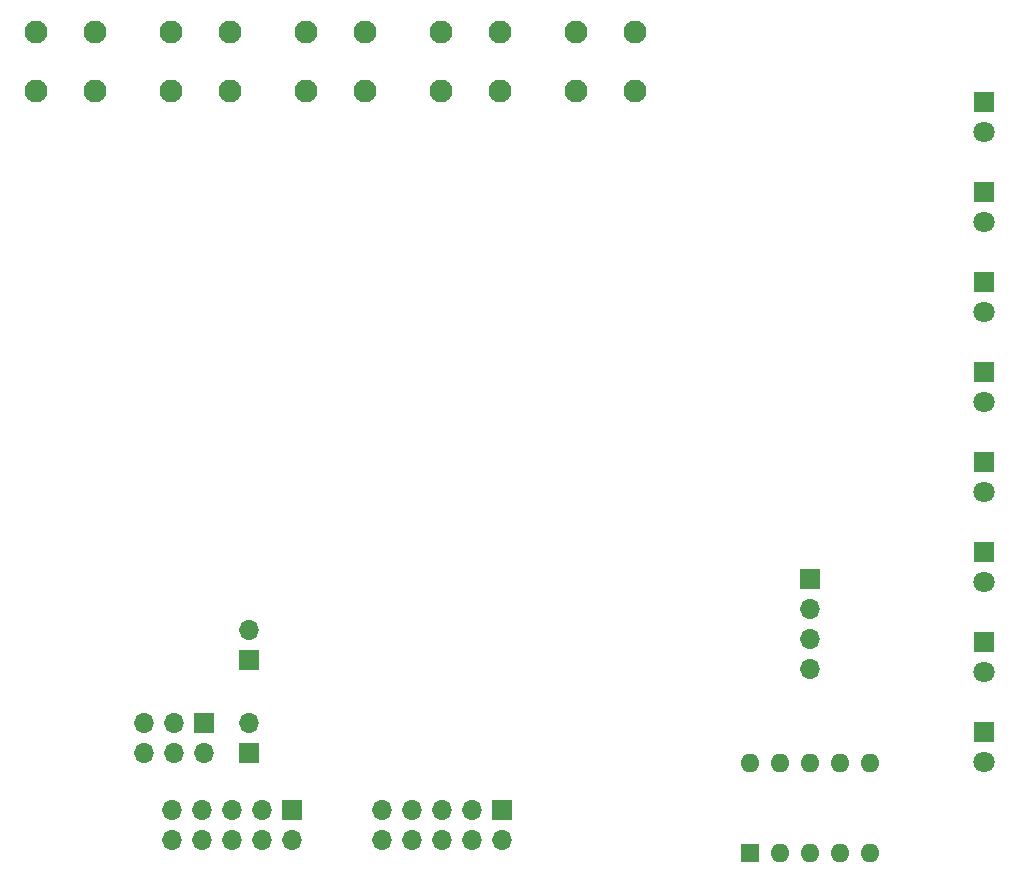
<source format=gbr>
%TF.GenerationSoftware,KiCad,Pcbnew,5.1.10-88a1d61d58~90~ubuntu20.04.1*%
%TF.CreationDate,2021-10-13T16:11:54+02:00*%
%TF.ProjectId,DI8_V1.1,4449385f-5631-42e3-912e-6b696361645f,rev?*%
%TF.SameCoordinates,Original*%
%TF.FileFunction,Soldermask,Bot*%
%TF.FilePolarity,Negative*%
%FSLAX46Y46*%
G04 Gerber Fmt 4.6, Leading zero omitted, Abs format (unit mm)*
G04 Created by KiCad (PCBNEW 5.1.10-88a1d61d58~90~ubuntu20.04.1) date 2021-10-13 16:11:54*
%MOMM*%
%LPD*%
G01*
G04 APERTURE LIST*
%ADD10O,1.700000X1.700000*%
%ADD11R,1.700000X1.700000*%
%ADD12O,1.600000X1.600000*%
%ADD13R,1.600000X1.600000*%
%ADD14C,1.950000*%
%ADD15C,1.800000*%
%ADD16R,1.800000X1.800000*%
G04 APERTURE END LIST*
D10*
%TO.C,J1*%
X124714000Y-117856000D03*
X124714000Y-115316000D03*
X124714000Y-112776000D03*
D11*
X124714000Y-110236000D03*
%TD*%
D12*
%TO.C,SW1*%
X119634000Y-125857000D03*
X129794000Y-133477000D03*
X122174000Y-125857000D03*
X127254000Y-133477000D03*
X124714000Y-125857000D03*
X124714000Y-133477000D03*
X127254000Y-125857000D03*
X122174000Y-133477000D03*
X129794000Y-125857000D03*
D13*
X119634000Y-133477000D03*
%TD*%
D14*
%TO.C,J11*%
X87042000Y-63961000D03*
X87042000Y-68961000D03*
X82042000Y-63961000D03*
X82042000Y-68961000D03*
%TD*%
%TO.C,J10*%
X109902000Y-63961000D03*
X109902000Y-68961000D03*
X104902000Y-63961000D03*
X104902000Y-68961000D03*
%TD*%
%TO.C,J9*%
X98472000Y-63961000D03*
X98472000Y-68961000D03*
X93472000Y-63961000D03*
X93472000Y-68961000D03*
%TD*%
%TO.C,J8*%
X75612000Y-63961000D03*
X75612000Y-68961000D03*
X70612000Y-63961000D03*
X70612000Y-68961000D03*
%TD*%
%TO.C,J7*%
X64182000Y-63961000D03*
X64182000Y-68961000D03*
X59182000Y-63961000D03*
X59182000Y-68961000D03*
%TD*%
D10*
%TO.C,J6*%
X88519000Y-132334000D03*
X88519000Y-129794000D03*
X91059000Y-132334000D03*
X91059000Y-129794000D03*
X93599000Y-132334000D03*
X93599000Y-129794000D03*
X96139000Y-132334000D03*
X96139000Y-129794000D03*
X98679000Y-132334000D03*
D11*
X98679000Y-129794000D03*
%TD*%
D10*
%TO.C,J5*%
X70739000Y-132334000D03*
X70739000Y-129794000D03*
X73279000Y-132334000D03*
X73279000Y-129794000D03*
X75819000Y-132334000D03*
X75819000Y-129794000D03*
X78359000Y-132334000D03*
X78359000Y-129794000D03*
X80899000Y-132334000D03*
D11*
X80899000Y-129794000D03*
%TD*%
D10*
%TO.C,J4*%
X68326000Y-124968000D03*
X68326000Y-122428000D03*
X70866000Y-124968000D03*
X70866000Y-122428000D03*
X73406000Y-124968000D03*
D11*
X73406000Y-122428000D03*
%TD*%
D10*
%TO.C,J3*%
X77216000Y-114554000D03*
D11*
X77216000Y-117094000D03*
%TD*%
D10*
%TO.C,J2*%
X77216000Y-122428000D03*
D11*
X77216000Y-124968000D03*
%TD*%
D15*
%TO.C,D8*%
X139446000Y-125730000D03*
D16*
X139446000Y-123190000D03*
%TD*%
D15*
%TO.C,D7*%
X139446000Y-118110000D03*
D16*
X139446000Y-115570000D03*
%TD*%
D15*
%TO.C,D6*%
X139446000Y-110490000D03*
D16*
X139446000Y-107950000D03*
%TD*%
D15*
%TO.C,D5*%
X139446000Y-102870000D03*
D16*
X139446000Y-100330000D03*
%TD*%
D15*
%TO.C,D4*%
X139446000Y-95250000D03*
D16*
X139446000Y-92710000D03*
%TD*%
D15*
%TO.C,D3*%
X139446000Y-87630000D03*
D16*
X139446000Y-85090000D03*
%TD*%
D15*
%TO.C,D2*%
X139446000Y-80010000D03*
D16*
X139446000Y-77470000D03*
%TD*%
D15*
%TO.C,D1*%
X139446000Y-72390000D03*
D16*
X139446000Y-69850000D03*
%TD*%
M02*

</source>
